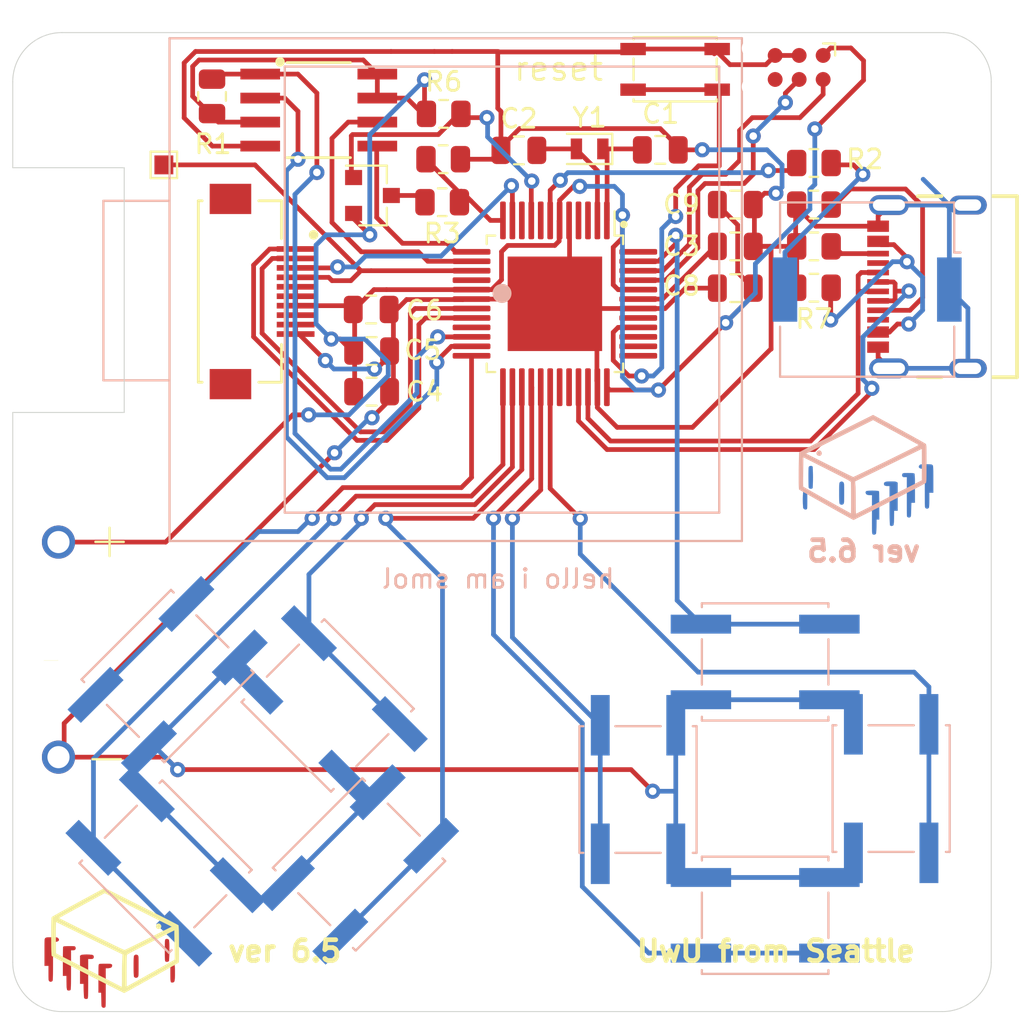
<source format=kicad_pcb>
(kicad_pcb (version 20211014) (generator pcbnew)
  (title_block (title "PAWESOME PET") (date "2020-08-12") (rev "1"))
  (layers (0 "F.Cu" signal) (31 "B.Cu" signal) (36 "B.SilkS" user "B.Silkscreen") (37 "F.SilkS" user "F.Silkscreen") (38 "B.Mask" user) (39 "F.Mask" user) (44 "Edge.Cuts" user))
  (net 0 "")
  (net 1 "/SWDIO")
  (net 2 "/SWCLK")
  (net 3 "+3V3")
  (net 4 "GND")
  (net 5 "/reset")
  (net 6 "/D+")
  (net 7 "/D-")
  (net 8 "/D7")
  (net 9 "/D6")
  (net 10 "/D10")
  (net 11 "/D11")
  (net 12 "/D5")
  (net 13 "/FLASH_MISO")
  (net 14 "/FLASH_CS")
  (net 15 "/DISP_SCLK")
  (net 16 "/DISP_SI")
  (net 17 "/FLASH_SCK")
  (net 18 "/FLASH_MOSI")
  (net 19 "/D8")
  (net 20 "/A1")
  (net 21 "Net-(C1-Pad1)")
  (net 22 "Net-(LS1-Pad2)")
  (net 23 "Net-(C2-Pad2)")
  (net 24 "Net-(C3-Pad2)")
  (net 25 "/D12")
  (net 26 "/D13")
  (net 27 "/A5")
  (net 28 "/A7")
  (net 30 "Net-(J1-PadA5)")
  (net 32 "Net-(J1-PadA4_B9)")
  (net 36 "/A0")
  (net 37 "/AREF")
  (net 38 "/A2")
  (net 39 "/A3")
  (net 40 "/A4")
  (net 41 "/D1")
  (net 42 "/D0")
  (net 43 "/MISO")
  (net 44 "/SDA")
  (net 45 "/SCL")
  (net 48 "/TXLED")
  (net 49 "usb_host_en")
  (net 50 "/RXLED")
  (net 51 "Net-(Q1-Pad3)")
  (net 52 "Net-(J1-PadB5)")
  (footprint "Capacitor_SMD:C_0805_2012Metric" (layer "F.Cu") (at 165.5787 70.2056)
    (fp_text reference "C1")
    (fp_text value "22pF")
  )
  (footprint "Capacitor_SMD:C_0805_2012Metric" (layer "F.Cu") (at 169.55 75.311 180)
    (fp_text reference "C3")
    (fp_text value "1uF")
  )
  (footprint "Capacitor_SMD:C_0805_2012Metric" (layer "F.Cu") (at 150.298 83)
    (fp_text reference "C4")
    (fp_text value "1uF")
  )
  (footprint "Capacitor_SMD:C_0805_2012Metric" (layer "F.Cu") (at 150.273 78.65)
    (fp_text reference "C6")
    (fp_text value "0.1uF")
  )
  (footprint "Resistor_SMD:R_0805_2012Metric" (layer "F.Cu") (at 141.85 67.375 -90)
    (fp_text reference "R1")
    (fp_text value "100k")
  )
  (footprint "Resistor_SMD:R_0805_2012Metric" (layer "F.Cu") (at 173.7125 70.9)
    (fp_text reference "R2")
    (fp_text value "470")
  )
  (footprint "pawpet:SW_SPST_PTS810_handsolder" (layer "F.Cu") (at 166.365 65.945 180)
    (fp_text reference "SW_reset1" hide)
    (fp_text value "reset")
  )
  (footprint "Crystal:Crystal_SMD_2012-2Pin_2.0x1.2mm" (layer "F.Cu") (at 161.8382 70.1548 180)
    (fp_text reference "Y1")
    (fp_text value "32,768")
  )
  (footprint "Resistor_SMD:R_0805_2012Metric" (layer "F.Cu") (at 154.0346 72.9742 180)
    (fp_text reference "R3")
    (fp_text value "100k")
  )
  (footprint "Resistor_SMD:R_0805_2012Metric" (layer "F.Cu") (at 154.0875 70.7 180)
    (fp_text reference "R4" hide)
    (fp_text value "100k")
  )
  (footprint "pawpet:TQFP-48-1EP_7x7mm_P0.5mm_EP5x5mm_handsolder" (layer "F.Cu") (at 160 78.35 -90)
    (fp_text reference "U1" hide)
    (fp_text value "ATSAMD21G18A-A")
  )
  (footprint "Capacitor_SMD:C_0805_2012Metric" (layer "F.Cu") (at 150.298 80.85)
    (fp_text reference "C5")
    (fp_text value "1uF")
  )
  (footprint "pawpet:Macronix-SOP-8-150MIL-0-0-MFG_handsolder" (layer "F.Cu") (at 147.5 68.1)
    (fp_text reference "U3" hide)
    (fp_text value "MX25R1635FM1IL0" hide)
  )
  (footprint "pawpet:Molex-52892-1033-Manufacturer_Recommended_handsolder" (layer "F.Cu") (at 144.4 77.7 -90)
    (fp_text reference "J3" hide)
    (fp_text value "MOLEX" hide)
  )
  (footprint "Capacitor_SMD:C_0805_2012Metric" (layer "F.Cu") (at 158.0935 70.231)
    (fp_text reference "C2")
    (fp_text value "22pF")
  )
  (footprint "pawpet:BAT_BC2AAAPC" (layer "F.Cu") (at 156.926 96.647)
    (fp_text reference "BT1" hide)
    (fp_text value "Battery")
  )
  (footprint "pawpet:MountingHole_2.7mm_M2.5_ISO14580_insert-edge" (layer "F.Cu") (at 180.55 66.55 180)
    (fp_text reference "REF**" hide)
    (fp_text value "M2.7mm")
  )
  (footprint "pawpet:MountingHole_2.7mm_M2.5_ISO14580_insert-edge" (layer "F.Cu") (at 157.2 113.25 90)
    (fp_text reference "REF**" hide)
    (fp_text value "M2.7mm")
  )
  (footprint "pawpet:kicad-drawing" (layer "F.Cu") (at 135.394947 112.825353)
    (fp_text reference "Ref**" hide)
    (fp_text value "Val**" hide)
  )
  (footprint "Connector:Tag-Connect_TC2030-IDC-NL_2x03_P1.27mm_Vertical" (layer "F.Cu") (at 172.93 65.844 180)
    (fp_text reference "J2" hide)
    (fp_text value "Conn_ARM_JTAG_SWD_10")
  )
  (footprint "gct:GCT_USB4105-GF-A" (layer "F.Cu") (at 181.864 77.4446 90)
    (fp_text reference "J1" hide)
    (fp_text value "USB4105-GF-A")
  )
  (footprint "Resistor_SMD:R_0805_2012Metric" (layer "F.Cu") (at 173.7125 73.1 180)
    (fp_text reference "R5" hide)
    (fp_text value "5.1k")
  )
  (footprint "Capacitor_SMD:C_0805_2012Metric" (layer "F.Cu") (at 169.55 77.5208 180)
    (fp_text reference "C8")
    (fp_text value "10uF")
  )
  (footprint "Capacitor_SMD:C_0805_2012Metric" (layer "F.Cu") (at 169.55 73.1)
    (fp_text reference "C9")
    (fp_text value "10uF")
  )
  (footprint "Package_TO_SOT_SMD:SOT-23" (layer "F.Cu") (at 150.3426 72.6186)
    (fp_text reference "Q1" hide)
    (fp_text value "DMG2301L")
  )
  (footprint "Resistor_SMD:R_0805_2012Metric" (layer "F.Cu") (at 154.1125 68.3 180)
    (fp_text reference "R6")
    (fp_text value "100k")
  )
  (footprint "Resistor_SMD:R_0805_2012Metric" (layer "F.Cu") (at 173.7125 77.5 180)
    (fp_text reference "R7")
    (fp_text value "1k")
  )
  (footprint "Resistor_SMD:R_0805_2012Metric" (layer "F.Cu") (at 173.7125 75.311 180)
    (fp_text reference "R8" hide)
    (fp_text value "5.1k")
  )
  (footprint "pawpet:MountingHole_2.7mm_M2.5_ISO14580_insert-edge" (layer "F.Cu") (at 133.8453 66.5353)
    (fp_text reference "REF**" hide)
    (fp_text value "M2.7mm")
  )
  (footprint "TestPoint:TestPoint_Pad_1.0x1.0mm" (layer "F.Cu") (at 139.3 71)
    (fp_text reference "TP1" hide)
    (fp_text value "TestPoint_Small")
  )
  (footprint "Buzzer_Beeper:Buzzer_Murata_PKMCS0909E4000-R1" (layer "B.Cu") (at 176.53 77.597 180)
    (fp_text reference "LS1" hide)
    (fp_text value "beep")
  )
  (footprint "pawpet:Sharp_128x128_LS013B7DH03" (layer "B.Cu") (at 134.1 77.9 -90)
    (fp_text reference "hello i am smol")
    (fp_text value "Sharp_128x128_LS013B7DH03")
  )
  (footprint "Button_Switch_SMD:SW_SPST_EVQQ2" (layer "B.Cu") (at 177.8 104 -90)
    (fp_text reference "SW_LEFT1" hide)
    (fp_text value "SW_Push")
  )
  (footprint "Button_Switch_SMD:SW_SPST_EVQQ2" (layer "B.Cu") (at 149.63 108.013 -135)
    (fp_text reference "SW_A1" hide)
    (fp_text value "SW_Push")
  )
  (footprint "Button_Switch_SMD:SW_SPST_EVQQ2" (layer "B.Cu") (at 171.13 110.704 180)
    (fp_text reference "SW_DOWN1" hide)
    (fp_text value "SW_Push")
  )
  (footprint "Button_Switch_SMD:SW_SPST_EVQQ2" (layer "B.Cu") (at 139.39 108.124 135)
    (fp_text reference "SW_P1" hide)
    (fp_text value "SW_Push")
  )
  (footprint "Button_Switch_SMD:SW_SPST_EVQQ2" (layer "B.Cu") (at 171.13 97.3)
    (fp_text reference "SW_UP1" hide)
    (fp_text value "SW_Push")
  )
  (footprint "Button_Switch_SMD:SW_SPST_EVQQ2" (layer "B.Cu") (at 147.97 99.6 -45)
    (fp_text reference "SW_B1" hide)
    (fp_text value "SW_Push")
  )
  (footprint "Button_Switch_SMD:SW_SPST_EVQQ2" (layer "B.Cu") (at 139.5 98.05 45)
    (fp_text reference "SW_C1" hide)
    (fp_text value "SW_Push")
  )
  (footprint "Button_Switch_SMD:SW_SPST_EVQQ2" (layer "B.Cu") (at 164.4 104.05 90)
    (fp_text reference "SW_RIGHT1" hide)
    (fp_text value "SW_Push")
  )
  (footprint "pawpet:kicad-drawing" (layer "B.Cu") (at 177.615054 87.795353 180)
    (fp_text reference "Ref**" hide)
    (fp_text value "Val**" hide)
  )
  (gr_line (start 180.6 64) (end 133.9 64) (layer "Edge.Cuts") (width 0.05))
  (gr_line (start 131.3 84.1) (end 131.3 113.2) (layer "Edge.Cuts") (width 0.05))
  (gr_line (start 131.3 66.6) (end 131.3 71.15) (layer "Edge.Cuts") (width 0.05))
  (gr_line (start 180.5 115.8) (end 133.9 115.8) (layer "Edge.Cuts") (width 0.05))
  (gr_arc (start 133.9 115.8) (mid 132.061522 115.038478) (end 131.3 113.2) (layer "Edge.Cuts") (width 0.05))
  (gr_arc (start 183.1 113.2) (mid 182.338478 115.038478) (end 180.5 115.8) (layer "Edge.Cuts") (width 0.05))
  (gr_line (start 183.1 113.2) (end 183.1 66.6) (layer "Edge.Cuts") (width 0.05))
  (gr_line (start 137.2 71.15) (end 137.2 84.1) (layer "Edge.Cuts") (width 0.05))
  (gr_arc (start 131.3 66.6) (mid 132.061522 64.761522) (end 133.9 64) (layer "Edge.Cuts") (width 0.05))
  (gr_arc (start 180.6 64) (mid 182.373608 64.796531) (end 183.1 66.6) (layer "Edge.Cuts") (width 0.05))
  (gr_line (start 137.2 84.1) (end 131.3 84.1) (layer "Edge.Cuts") (width 0.05))
  (gr_line (start 137.2 71.15) (end 131.3 71.15) (layer "Edge.Cuts") (width 0.05))
  (gr_text "ver 6.5\n" (at 176.345054 91.435353) (layer "B.SilkS") (effects (font (size 1.1 1.1) (thickness 0.25)) (justify mirror)))
  (gr_text "ver 6.5" (at 145.7 112.6) (layer "F.SilkS") (effects (font (size 1.1 1.1) (thickness 0.25))))
  (gr_text "UwU from Seattle" (at 171.7 112.6) (layer "F.SilkS") (effects (font (size 1.1 1.1) (thickness 0.25))))
  (segment (start 167.11958 75.19642) (end 167.119581 72.176219) (width 0.25) (layer "F.Cu") (net 1))
  (segment (start 174.2 67.27) (end 174.2 66.479) (width 0.25) (layer "F.Cu") (net 1))
  (segment (start 169.04138 71.501) (end 169.775489 70.766891) (width 0.25) (layer "F.Cu") (net 1))
  (segment (start 170.450886 68.5) (end 172.97 68.5) (width 0.25) (layer "F.Cu") (net 1))
  (segment (start 164.4125 76.6) (end 165.716 76.6) (width 0.25) (layer "F.Cu") (net 1))
  (segment (start 167.7948 71.501) (end 169.04138 71.501) (width 0.25) (layer "F.Cu") (net 1))
  (segment (start 165.716 76.6) (end 167.11958 75.19642) (width 0.25) (layer "F.Cu") (net 1))
  (segment (start 169.775489 69.175397) (end 170.450886 68.5) (width 0.25) (layer "F.Cu") (net 1))
  (segment (start 169.775489 70.766891) (end 169.775489 69.175397) (width 0.25) (layer "F.Cu") (net 1))
  (segment (start 167.119581 72.176219) (end 167.7948 71.501) (width 0.25) (layer "F.Cu") (net 1))
  (segment (start 172.97 68.5) (end 174.2 67.27) (width 0.25) (layer "F.Cu") (net 1))
  (segment (start 172.2 67.7) (end 172.2 67.209) (width 0.25) (layer "F.Cu") (net 2))
  (segment (start 164.4125 77.1) (end 165.857202 77.1) (width 0.25) (layer "F.Cu") (net 2))
  (segment (start 170.5 71.5) (end 170.5 69.4755) (width 0.25) (layer "F.Cu") (net 2))
  (segment (start 170.0164 71.9836) (end 170.5 71.5) (width 0.25) (layer "F.Cu") (net 2))
  (segment (start 169.175 71.9836) (end 170.0164 71.9836) (width 0.25) (layer "F.Cu") (net 2))
  (segment (start 167.56959 72.36262) (end 167.94861 71.9836) (width 0.25) (layer "F.Cu") (net 2))
  (segment (start 172.2 67.209) (end 172.93 66.479) (width 0.25) (layer "F.Cu") (net 2))
  (segment (start 167.56959 75.387612) (end 167.56959 72.36262) (width 0.25) (layer "F.Cu") (net 2))
  (segment (start 167.94861 71.9836) (end 169.175 71.9836) (width 0.25) (layer "F.Cu") (net 2))
  (segment (start 165.857202 77.1) (end 167.56959 75.387612) (width 0.25) (layer "F.Cu") (net 2))
  (via (at 172.2 67.7) (size 0.8) (drill 0.4) (layers "F.Cu" "B.Cu") (net 2))
  (via (at 170.5 69.4755) (size 0.8) (drill 0.4) (layers "F.Cu" "B.Cu") (net 2))
  (segment (start 170.5 69.4) (end 172.2 67.7) (width 0.25) (layer "B.Cu") (net 2))
  (segment (start 170.5 69.4755) (end 170.5 69.4) (width 0.25) (layer "B.Cu") (net 2))
  (segment (start 150.6 66.195) (end 150.6 67.465) (width 0.25) (layer "F.Cu") (net 3))
  (segment (start 170.5 77.5208) (end 169.67548 76.69628) (width 0.25) (layer "F.Cu") (net 3))
  (segment (start 157.502488 75.26251) (end 159.990692 75.26251) (width 0.25) (layer "F.Cu") (net 3))
  (segment (start 163.08749 77.340692) (end 163.08749 75.359308) (width 0.25) (layer "F.Cu") (net 3))
  (segment (start 163.08749 75.359308) (end 163.576 74.870798) (width 0.25) (layer "F.Cu") (net 3))
  (segment (start 176.339821 66.520179) (end 173.76 69.1) (width 0.25) (layer "F.Cu") (net 3))
  (segment (start 146.275001 77.449998) (end 146.275001 77.949997) (width 0.25) (layer "F.Cu") (net 3))
  (segment (start 152.165 67.465) (end 153.1 68.4) (width 0.25) (layer "F.Cu") (net 3))
  (segment (start 149.85499 65.44999) (end 150.6 66.195) (width 0.25) (layer "F.Cu") (net 3))
  (segment (start 175.671415 64.815301) (end 176.339821 65.483707) (width 0.25) (layer "F.Cu") (net 3))
  (segment (start 169.67548 76.69628) (end 169.67548 74.17548) (width 0.25) (layer "F.Cu") (net 3))
  (segment (start 160.25 72.871798) (end 160.985798 72.136) (width 0.25) (layer "F.Cu") (net 3))
  (segment (start 149.375 78.65) (end 150.425 77.6) (width 0.25) (layer "F.Cu") (net 3))
  (segment (start 141.85 68.4) (end 140.82499 67.37499) (width 0.25) (layer "F.Cu") (net 3))
  (segment (start 169.67548 74.17548) (end 168.6 73.1) (width 0.25) (layer "F.Cu") (net 3))
  (segment (start 148.160153 80.215153) (end 148.625653 80.215153) (width 0.25) (layer "F.Cu") (net 3))
  (segment (start 140.82499 67.37499) (end 140.82499 65.78682) (width 0.25) (layer "F.Cu") (net 3))
  (segment (start 148.974999 78.449999) (end 149.375 78.85) (width 0.25) (layer "F.Cu") (net 3))
  (segment (start 149.3426 73.8426) (end 150.2 74.7) (width 0.25) (layer "F.Cu") (net 3))
  (segment (start 144.4 68.735) (end 142.185 68.735) (width 0.25) (layer "F.Cu") (net 3))
  (segment (start 141.16182 65.44999) (end 149.85499 65.44999) (width 0.25) (layer "F.Cu") (net 3))
  (segment (start 170.5 77.5208) (end 170.5 77.8916) (width 0.25) (layer "F.Cu") (net 3))
  (segment (start 148.625653 80.215153) (end 149.2605 80.85) (width 0.25) (layer "F.Cu") (net 3))
  (segment (start 157.174999 75.589999) (end 157.301899 75.463099) (width 0.25) (layer "F.Cu") (net 3))
  (segment (start 150.425 77.6) (end 151.08681 77.6) (width 0.25) (layer "F.Cu") (net 3))
  (segment (start 146.275001 78.449999) (end 148.974999 78.449999) (width 0.25) (layer "F.Cu") (net 3))
  (segment (start 160.22501 75.028192) (end 160.22501 73.96249) (width 0.25) (layer "F.Cu") (net 3))
  (segment (start 169.0395 79.3521) (end 168.2546 80.137) (width 0.25) (layer "F.Cu") (net 3))
  (segment (start 165.4791 82.9125) (end 168.2546 80.137) (width 0.25) (layer "F.Cu") (net 3))
  (segment (start 134.021 90.957) (end 139.3956 90.957) (width 0.25) (layer "F.Cu") (net 3))
  (segment (start 153.1 68.2) (end 153.2 68.3) (width 0.25) (layer "F.Cu") (net 3))
  (segment (start 139.3956 90.957) (end 146.1262 84.2264) (width 0.25) (layer "F.Cu") (net 3))
  (segment (start 142.185 68.735) (end 141.85 68.4) (width 0.25) (layer "F.Cu") (net 3))
  (segment (start 160.22501 73.96249) (end 160.25 73.9375) (width 0.25) (layer "F.Cu") (net 3))
  (segment (start 146.275001 77.949997) (end 146.275001 78.449999) (width 0.25) (layer "F.Cu") (net 3))
  (segment (start 149.3426 73.5686) (end 149.3426 73.8426) (width 0.25) (layer "F.Cu") (net 3))
  (segment (start 174.593699 64.815301) (end 175.671415 64.815301) (width 0.25) (layer "F.Cu") (net 3))
  (segment (start 146.1262 84.2264) (end 146.9644 84.2264) (width 0.25) (layer "F.Cu") (net 3))
  (segment (start 162.9 82.9125) (end 165.4791 82.9125) (width 0.25) (layer "F.Cu") (net 3))
  (segment (start 162.75 82.7625) (end 162.9 82.9125) (width 0.25) (layer "F.Cu") (net 3))
  (segment (start 149.4 78.875) (end 149.375 78.85) (width 0.25) (layer "F.Cu") (net 3))
  (segment (start 149.4 83) (end 149.4 80.9) (width 0.25) (layer "F.Cu") (net 3))
  (segment (start 153.1 66.5) (end 153.1 68.2) (width 0.25) (layer "F.Cu") (net 3))
  (segment (start 160.25 73.9375) (end 160.25 72.871798) (width 0.25) (layer "F.Cu") (net 3))
  (segment (start 160.985798 72.136) (end 161.3154 72.136) (width 0.25) (layer "F.Cu") (net 3))
  (segment (start 159.990692 75.26251) (end 160.22501 75.028192) (width 0.25) (layer "F.Cu") (net 3))
  (segment (start 140.82499 65.78682) (end 141.16182 65.44999) (width 0.25) (layer "F.Cu") (net 3))
  (segment (start 156.653202 77.6) (end 157.174999 77.078203) (width 0.25) (layer "F.Cu") (net 3))
  (segment (start 157.301899 75.463099) (end 157.502488 75.26251) (width 0.25) (layer "F.Cu") (net 3))
  (segment (start 174.2 65.209) (end 174.593699 64.815301) (width 0.25) (layer "F.Cu") (net 3))
  (segment (start 155.5875 77.6) (end 156.653202 77.6) (width 0.25) (layer "F.Cu") (net 3))
  (segment (start 146.275001 78.949998) (end 146.275001 78.449999) (width 0.25) (layer "F.Cu") (net 3))
  (segment (start 149.4 80.9) (end 149.4 78.875) (width 0.25) (layer "F.Cu") (net 3))
  (segment (start 150.6 67.465) (end 152.165 67.465) (width 0.25) (layer "F.Cu") (net 3))
  (segment (start 176.339821 65.483707) (end 176.339821 66.520179) (width 0.25) (layer "F.Cu") (net 3))
  (segment (start 155.5875 77.6) (end 151.08681 77.6) (width 0.25) (layer "F.Cu") (net 3))
  (segment (start 163.346798 77.6) (end 163.08749 77.340692) (width 0.25) (layer "F.Cu") (net 3))
  (segment (start 157.174999 77.078203) (end 157.174999 75.589999) (width 0.25) (layer "F.Cu") (net 3))
  (segment (start 164.4125 77.6) (end 163.346798 77.6) (width 0.25) (layer "F.Cu") (net 3))
  (segment (start 163.576 74.870798) (end 163.576 73.66) (width 0.25) (layer "F.Cu") (net 3))
  (segment (start 170.5 77.8916) (end 169.0395 79.3521) (width 0.25) (layer "F.Cu") (net 3))
  (via (at 153.1 66.5) (size 0.8) (drill 0.4) (layers "F.Cu" "B.Cu") (net 3))
  (via (at 163.576 73.66) (size 0.8) (drill 0.4) (layers "F.Cu" "B.Cu") (net 3))
  (via (at 161.3154 72.136) (size 0.8) (drill 0.4) (layers "F.Cu" "B.Cu") (net 3))
  (via (at 165.4791 82.9125) (size 0.8) (drill 0.4) (layers "F.Cu" "B.Cu") (net 3))
  (via (at 150.2 74.7) (size 0.8) (drill 0.4) (layers "F.Cu" "B.Cu") (net 3))
  (via (at 173.76 69.1) (size 0.8) (drill 0.4) (layers "F.Cu" "B.Cu") (net 3))
  (via (at 146.9644 84.2264) (size 0.8) (drill 0.4) (layers "F.Cu" "B.Cu") (net 3))
  (via (at 148.160153 80.215153) (size 0.8) (drill 0.4) (layers "F.Cu" "B.Cu") (net 3))
  (via (at 169.0395 79.3521) (size 0.8) (drill 0.4) (layers "F.Cu" "B.Cu") (net 3))
  (segment (start 151.175001 82.148001) (end 151.175001 81.451999) (width 0.25) (layer "B.Cu") (net 3))
  (segment (start 147.9 74.7) (end 147.356999 75.243001) (width 0.25) (layer "B.Cu") (net 3))
  (segment (start 170.6118 76.230198) (end 170.6118 77.7798) (width 0.25) (layer "B.Cu") (net 3))
  (segment (start 170.6118 77.7798) (end 169.0395 79.3521) (width 0.25) (layer "B.Cu") (net 3))
  (segment (start 163.576 73.66) (end 163.576 82.226002) (width 0.25) (layer "B.Cu") (net 3))
  (segment (start 173.76 72.037406) (end 173.50001 72.297396) (width 0.25) (layer "B.Cu") (net 3))
  (segment (start 163.576 72.5678) (end 163.576 73.66) (width 0.25) (layer "B.Cu") (net 3))
  (segment (start 170.6118 76.230198) (end 173.50001 73.341988) (width 0.25) (layer "B.Cu") (net 3))
  (segment (start 150.2 74.7) (end 150.2 69.4) (width 0.25) (layer "B.Cu") (net 3))
  (segment (start 150.2 69.4) (end 153.1 66.5) (width 0.25) (layer "B.Cu") (net 3))
  (segment (start 149.096602 84.2264) (end 151.175001 82.148001) (width 0.25) (layer "B.Cu") (net 3))
  (segment (start 150.2 74.7) (end 147.9 74.7) (width 0.25) (layer "B.Cu") (net 3))
  (segment (start 164.262498 82.9125) (end 165.4791 82.9125) (width 0.25) (layer "B.Cu") (net 3))
  (segment (start 173.76 69.1) (end 173.76 72.037406) (width 0.25) (layer "B.Cu") (net 3))
  (segment (start 163.576 82.226002) (end 164.262498 82.9125) (width 0.25) (layer "B.Cu") (net 3))
  (segment (start 147.356999 75.243001) (end 147.356999 79.411999) (width 0.25) (layer "B.Cu") (net 3))
  (segment (start 163.1442 72.136) (end 163.576 72.5678) (width 0.25) (layer "B.Cu") (net 3))
  (segment (start 161.3154 72.136) (end 163.1442 72.136) (width 0.25) (layer "B.Cu") (net 3))
  (segment (start 146.9644 84.2264) (end 149.096602 84.2264) (width 0.25) (layer "B.Cu") (net 3))
  (segment (start 151.175001 81.451999) (end 149.938155 80.215153) (width 0.25) (layer "B.Cu") (net 3))
  (segment (start 147.356999 79.411999) (end 148.160153 80.215153) (width 0.25) (layer "B.Cu") (net 3))
  (segment (start 149.938155 80.215153) (end 148.160153 80.215153) (width 0.25) (layer "B.Cu") (net 3))
  (segment (start 173.50001 73.341988) (end 173.50001 72.297396) (width 0.25) (layer "B.Cu") (net 3))
  (segment (start 156.974999 65.025001) (end 156.974999 68.001997) (width 0.25) (layer "F.Cu") (net 4))
  (segment (start 162.25 82.7625) (end 162.25 82.45) (width 0.25) (layer "F.Cu") (net 4))
  (segment (start 140.374981 68.513171) (end 140.37498 65.60042) (width 0.25) (layer "F.Cu") (net 4))
  (segment (start 140.37498 65.60042) (end 140.97542 64.99998) (width 0.25) (layer "F.Cu") (net 4))
  (segment (start 156.974999 68.001997) (end 157.1435 68.170498) (width 0.25) (layer "F.Cu") (net 4))
  (segment (start 151.45 78.875) (end 151.425 78.85) (width 0.25) (layer "F.Cu") (net 4))
  (segment (start 139.3702 102.337) (end 140.0302 102.997) (width 0.25) (layer "F.Cu") (net 4))
  (segment (start 171.39942 75.311) (end 170.5 75.311) (width 0.25) (layer "F.Cu") (net 4))
  (segment (start 146.275001 79.949996) (end 146.449996 79.949996) (width 0.25) (layer "F.Cu") (net 4))
  (segment (start 162.25 82.45) (end 162.22501 82.42501) (width 0.25) (layer "F.Cu") (net 4))
  (segment (start 155.5875 78.1) (end 159.75 78.1) (width 0.25) (layer "F.Cu") (net 4))
  (segment (start 134.021 102.337) (end 134.021 100.548) (width 0.25) (layer "F.Cu") (net 4))
  (segment (start 160.75 74.2) (end 160.77499 74.22499) (width 0.25) (layer "F.Cu") (net 4))
  (segment (start 150.55 81.8) (end 151.45 80.9) (width 0.25) (layer "F.Cu") (net 4))
  (segment (start 177.109 74.2446) (end 177.109 73.6996) (width 0.25) (layer "F.Cu") (net 4))
  (segment (start 169.267821 65.697821) (end 171.171179 65.697821) (width 0.25) (layer "F.Cu") (net 4))
  (segment (start 144.4 70.005) (end 141.86681 70.005) (width 0.25) (layer "F.Cu") (net 4))
  (segment (start 151.45 83) (end 151.45 80.9) (width 0.25) (layer "F.Cu") (net 4))
  (segment (start 164.4125 78.6) (end 165.83341 78.6) (width 0.25) (layer "F.Cu") (net 4))
  (segment (start 162.25 82.7625) (end 162.25 83.8402) (width 0.25) (layer "F.Cu") (net 4))
  (segment (start 160.25 78.6) (end 160 78.35) (width 0.25) (layer "F.Cu") (net 4))
  (segment (start 151.324982 64.99998) (end 153.62058 64.99998) (width 0.25) (layer "F.Cu") (net 4))
  (segment (start 153.62058 64.99998) (end 154.56038 64.99998) (width 0.25) (layer "F.Cu") (net 4))
  (segment (start 177.109 81.1896) (end 177.684 81.7646) (width 0.25) (layer "F.Cu") (net 4))
  (segment (start 155.15 78.1) (end 155.12501 78.12499) (width 0.25) (layer "F.Cu") (net 4))
  (segment (start 167.7944 70.2056) (end 167.8 70.2) (width 0.25) (layer "F.Cu") (net 4))
  (segment (start 152.15001 78.12499) (end 151.425 78.85) (width 0.25) (layer "F.Cu") (net 4))
  (segment (start 134.021 102.337) (end 139.3702 102.337) (width 0.25) (layer "F.Cu") (net 4))
  (segment (start 163.2966 84.8868) (end 167.2844 84.8868) (width 0.25) (layer "F.Cu") (net 4))
  (segment (start 177.109 80.6446) (end 177.109 81.1896) (width 0.25) (layer "F.Cu") (net 4))
  (segment (start 166.624 70.1294) (end 165.57399 69.07939) (width 0.25) (layer "F.Cu") (net 4))
  (segment (start 151.3355 83) (end 151.3355 83.3605) (width 0.25) (layer "F.Cu") (net 4))
  (segment (start 160.77499 74.22499) (end 160.77499 77.57501) (width 0.25) (layer "F.Cu") (net 4))
  (segment (start 172.7454 73.1774) (end 173.8126 74.2446) (width 0.25) (layer "F.Cu") (net 4))
  (segment (start 166.5287 70.2056) (end 167.7944 70.2056) (width 0.25) (layer "F.Cu") (net 4))
  (segment (start 158.13141 69.07939) (end 157.056 70.1548) (width 0.25) (layer "F.Cu") (net 4))
  (segment (start 172.7454 75.279) (end 172.7774 75.311) (width 0.25) (layer "F.Cu") (net 4))
  (segment (start 134.021 100.548) (end 148.336 86.233) (width 0.25) (layer "F.Cu") (net 4))
  (segment (start 156.974999 65.025001) (end 164.134999 65.025001) (width 0.25) (layer "F.Cu") (net 4))
  (segment (start 165.83341 78.6) (end 166.91261 77.5208) (width 0.25) (layer "F.Cu") (net 4))
  (segment (start 162.25 83.8402) (end 163.2966 84.8868) (width 0.25) (layer "F.Cu") (net 4))
  (segment (start 170.5 75.311) (end 172.8 75.311) (width 0.25) (layer "F.Cu") (net 4))
  (segment (start 168.44 64.87) (end 168.44 65.124114) (width 0.25) (layer "F.Cu") (net 4))
  (segment (start 160.75 73.9375) (end 160.75 74.2) (width 0.25) (layer "F.Cu") (net 4))
  (segment (start 171.171179 65.697821) (end 171.66 65.209) (width 0.25) (layer "F.Cu") (net 4))
  (segment (start 167.2844 84.8868) (end 171.44421 80.72699) (width 0.25) (layer "F.Cu") (net 4))
  (segment (start 155.5875 78.1) (end 155.15 78.1) (width 0.25) (layer "F.Cu") (net 4))
  (segment (start 171.7 72.5) (end 171.1 72.5) (width 0.25) (layer "F.Cu") (net 4))
  (segment (start 171.44421 75.35579) (end 171.39942 75.311) (width 0.25) (layer "F.Cu") (net 4))
  (segment (start 162.22501 80.57501) (end 160 78.35) (width 0.25) (layer "F.Cu") (net 4))
  (segment (start 171.44421 80.74421) (end 171.44421 75.35579) (width 0.25) (layer "F.Cu") (net 4))
  (segment (start 151.45 80.9) (end 151.45 78.875) (width 0.25) (layer "F.Cu") (net 4))
  (segment (start 151.3355 83.3605) (end 150.3172 84.3788) (width 0.25) (layer "F.Cu") (net 4))
  (segment (start 171.44421 80.72699) (end 171.44421 80.74421) (width 0.25) (layer "F.Cu") (net 4))
  (segment (start 155.12501 78.12499) (end 152.15001 78.12499) (width 0.25) (layer "F.Cu") (net 4))
  (segment (start 140.0302 102.997) (end 164.0332 102.997) (width 0.25) (layer "F.Cu") (net 4))
  (segment (start 166.91261 77.5208) (end 168.4567 77.5208) (width 0.25) (layer "F.Cu") (net 4))
  (segment (start 171.66 65.209) (end 172.93 65.209) (width 0.25) (layer "F.Cu") (net 4))
  (segment (start 177.109 73.6996) (end 177.684 73.1246) (width 0.25) (layer "F.Cu") (net 4))
  (segment (start 170.561 73.0797) (end 170.5571 73.0758) (width 0.25) (layer "F.Cu") (net 4))
  (segment (start 165.57399 69.07939) (end 158.13141 69.07939) (width 0.25) (layer "F.Cu") (net 4))
  (segment (start 164.134999 65.025001) (end 164.29 64.87) (width 0.25) (layer "F.Cu") (net 4))
  (segment (start 170.561 75.311) (end 170.561 73.0797) (width 0.25) (layer "F.Cu") (net 4))
  (segment (start 146.275001 79.949996) (end 146.275001 79.449996) (width 0.25) (layer "F.Cu") (net 4))
  (segment (start 160.77499 77.57501) (end 160 78.35) (width 0.25) (layer "F.Cu") (net 4))
  (segment (start 162.22501 82.42501) (end 162.22501 80.57501) (width 0.25) (layer "F.Cu") (net 4))
  (segment (start 168.44 64.87) (end 169.267821 65.697821) (width 0.25) (layer "F.Cu") (net 4))
  (segment (start 141.86681 70.005) (end 140.374981 68.513171) (width 0.25) (layer "F.Cu") (net 4))
  (segment (start 159.75 78.1) (end 160 78.35) (width 0.25) (layer "F.Cu") (net 4))
  (segment (start 168.44 64.87) (end 164.29 64.87) (width 0.25) (layer "F.Cu") (net 4))
  (segment (start 164.0332 102.997) (end 165.1762 104.14) (width 0.25) (layer "F.Cu") (net 4))
  (segment (start 172.7454 73.1774) (end 172.7454 75.279) (width 0.25) (layer "F.Cu") (net 4))
  (segment (start 172.8 75.311) (end 172.8 77.5) (width 0.25) (layer "F.Cu") (net 4))
  (segment (start 150.45 81.8) (end 150.55 81.8) (width 0.25) (layer "F.Cu") (net 4))
  (segment (start 146.449996 79.949996) (end 147.85 81.35) (width 0.25) (layer "F.Cu") (net 4))
  (segment (start 157.1435 68.170498) (end 157.1435 70.231) (width 0.25) (layer "F.Cu") (net 4))
  (segment (start 173.8126 74.2446) (end 177.109 74.2446) (width 0.25) (layer "F.Cu") (net 4))
  (segment (start 171.1 72.5) (end 170.5 73.1) (width 0.25) (layer "F.Cu") (net 4))
  (segment (start 155 70.7) (end 156.6745 70.7) (width 0.25) (layer "F.Cu") (net 4))
  (segment (start 156.6745 70.7) (end 157.1435 70.231) (width 0.25) (layer "F.Cu") (net 4))
  (segment (start 154.56038 64.99998) (end 157.00002 64.99998) (width 0.25) (layer "F.Cu") (net 4))
  (segment (start 160.22501 78.57501) (end 160 78.35) (width 0.25) (layer "F.Cu") (net 4))
  (segment (start 140.97542 64.99998) (end 151.324982 64.99998) (width 0.25) (layer "F.Cu") (net 4))
  (segment (start 164.4125 78.6) (end 160.25 78.6) (width 0.25) (layer "F.Cu") (net 4))
  (via (at 165.1762 104.14) (size 0.8) (drill 0.4) (layers "F.Cu" "B.Cu") (net 4))
  (via (at 140.0302 102.997) (size 0.8) (drill 0.4) (layers "F.Cu" "B.Cu") (net 4))
  (via (at 147.85 81.35) (size 0.8) (drill 0.4) (layers "F.Cu" "B.Cu") (net 4))
  (via (at 150.45 81.8) (size 0.8) (drill 0.4) (layers "F.Cu" "B.Cu") (net 4))
  (via (at 171.7 72.5) (size 0.8) (drill 0.4) (layers "F.Cu" "B.Cu") (net 4))
  (via (at 150.3172 84.3788) (size 0.8) (drill 0.4) (layers "F.Cu" "B.Cu") (net 4))
  (via (at 148.336 86.233) (size 0.8) (drill 0.4) (layers "F.Cu" "B.Cu") (net 4))
  (via (at 167.8 70.2) (size 0.8) (drill 0.4) (layers "F.Cu" "B.Cu") (net 4))
  (segment (start 181.864 78.581) (end 180.88 77.597) (width 0.25) (layer "B.Cu") (net 4))
  (segment (start 144.9578 109.8042) (end 143.9164 109.8042) (width 0.25) (layer "B.Cu") (net 4))
  (segment (start 148.985977 103.418377) (end 150.2156 104.648) (width 0.25) (layer "B.Cu") (net 4))
  (segment (start 144.151623 98.610051) (end 144.151623 98.584023) (width 0.25) (layer "B.Cu") (net 4))
  (segment (start 148.959949 103.418377) (end 148.985977 103.418377) (width 0.25) (layer "B.Cu") (net 4))
  (segment (start 180.88 73.2602) (end 180.7444 73.1246) (width 0.25) (layer "B.Cu") (net 4))
  (segment (start 166.37 99.4918) (end 166.37 100.5332) (width 0.25) (layer "B.Cu") (net 4))
  (segment (start 175.8 99.5746) (end 175.4886 99.2632) (width 0.25) (layer "B.Cu") (net 4))
  (segment (start 166.4 104.2208) (end 166.4 107.45) (width 0.25) (layer "B.Cu") (net 4))
  (segment (start 171.224614 70.2) (end 172.024511 70.999897) (width 0.25) (layer "B.Cu") (net 4))
  (segment (start 180.7444 73.1246) (end 181.864 73.1246) (width 0.25) (layer "B.Cu") (net 4))
  (segment (start 141.068014 99.310414) (end 138.510051 101.868377) (width 0.25) (layer "B.Cu") (net 4))
  (segment (start 167.73 99.3) (end 166.5618 99.3) (width 0.25) (layer "B.Cu") (net 4))
  (segment (start 175.6744 108.704) (end 175.7934 108.585) (width 0.25) (layer "B.Cu") (net 4))
  (segment (start 138.9634 101.9302) (end 138.938 101.9302) (width 0.25) (layer "B.Cu") (net 4))
  (segment (start 177.684 73.1246) (end 180.7444 73.1246) (width 0.25) (layer "B.Cu") (net 4))
  (segment (start 144.151623 98.584023) (end 142.9766 97.409) (width 0.25) (layer "B.Cu") (net 4))
  (segment (start 138.392423 104.305623) (end 137.5918 103.505) (width 0.25) (layer "B.Cu") (net 4))
  (segment (start 145.759051 109.002949) (end 144.9578 109.8042) (width 0.25) (layer "B.Cu") (net 4))
  (segment (start 172.024511 70.999897) (end 172.024511 72.175489) (width 0.25) (layer "B.Cu") (net 4))
  (segment (start 145.811623 109.002949) (end 150.619949 104.194623) (width 0.25) (layer "B.Cu") (net 4))
  (segment (start 175.4886 99.2632) (end 174.6504 99.2632) (width 0.25) (layer "B.Cu") (net 4))
  (segment (start 147.85 81.35) (end 148.3 81.8) (width 0.25) (layer "B.Cu") (net 4))
  (segment (start 138.400051 104.305623) (end 138.392423 104.305623) (width 0.25) (layer "B.Cu") (net 4))
  (segment (start 166.8018 108.6612) (end 167.6908 108.6612) (width 0.25) (layer "B.Cu") (net 4))
  (segment (start 167.73 108.704) (end 167.654 108.704) (width 0.25) (layer "B.Cu") (net 4))
  (segment (start 180.88 73.144998) (end 179.495901 71.760899) (width 0.25) (layer "B.Cu") (net 4))
  (segment (start 175.8 100.6) (end 175.8 99.5746) (width 0.25) (layer "B.Cu") (net 4))
  (segment (start 148.3 81.8) (end 150.45 81.8) (width 0.25) (layer "B.Cu") (net 4))
  (segment (start 167.73 108.704) (end 174.53 108.704) (width 0.25) (layer "B.Cu") (net 4))
  (segment (start 143.318377 97.060051) (end 141.068014 99.310414) (width 0.25) (layer "B.Cu") (net 4))
  (segment (start 166.4 107.45) (end 166.4 108.2594) (width 0.25) (layer "B.Cu") (net 4))
  (segment (start 166.3192 104.14) (end 166.4 104.2208) (width 0.25) (layer "B.Cu") (net 4))
  (segment (start 165.1762 104.14) (end 166.3192 104.14) (width 0.25) (layer "B.Cu") (net 4))
  (segment (start 166.5618 99.3) (end 166.37 99.4918) (width 0.25) (layer "B.Cu") (net 4))
  (segment (start 166.4 100.65) (end 166.4 104.2208) (width 0.25) (layer "B.Cu") (net 4))
  (segment (start 167.73 99.3) (end 174.53 99.3) (width 0.25) (layer "B.Cu") (net 4))
  (segment (start 167.8 70.2) (end 171.224614 70.2) (width 0.25) (layer "B.Cu") (net 4))
  (segment (start 166.4 108.2594) (end 166.8018 108.6612) (width 0.25) (layer "B.Cu") (net 4))
  (segment (start 137.5918 103.505) (end 137.5918 102.8446) (width 0.25) (layer "B.Cu") (net 4))
  (segment (start 180.88 77.597) (end 180.88 73.2602) (width 0.25) (layer "B.Cu") (net 4))
  (segment (start 140.0302 102.997) (end 138.9634 101.9302) (width 0.25) (layer "B.Cu") (net 4))
  (segment (start 181.864 81.7646) (end 181.864 78.581) (width 0.25) (layer "B.Cu") (net 4))
  (segment (start 138.400051 104.305623) (end 143.208377 109.113949) (width 0.25) (layer "B.Cu") (net 4))
  (segment (start 143.9164 109.8042) (end 143.4592 109.347) (width 0.25) (layer "B.Cu") (net 4))
  (segment (start 148.336 86.233) (end 150.1902 84.3788) (width 0.25) (layer "B.Cu") (net 4))
  (segment (start 177.684 81.7646) (end 181.864 81.7646) (width 0.25) (layer "B.Cu") (net 4))
  (segment (start 172.024511 72.175489) (end 171.7 72.5) (width 0.25) (layer "B.Cu") (net 4))
  (segment (start 150.1902 84.3788) (end 150.3172 84.3788) (width 0.25) (layer "B.Cu") (net 4))
  (segment (start 174.53 108.704) (end 175.6744 108.704) (width 0.25) (layer "B.Cu") (net 4))
  (segment (start 166.4 100.65) (end 166.4 100.63) (width 0.25) (layer "B.Cu") (net 4))
  (segment (start 166.39458 73.726797) (end 166.39458 72.26481) (width 0.25) (layer "F.Cu") (net 5))
  (segment (start 167.6084 71.05099) (end 168.69961 71.05099) (width 0.25) (layer "F.Cu") (net 5))
  (segment (start 168.44 67.02) (end 168.69961 67.27961) (width 0.25) (layer "F.Cu") (net 5))
  (segment (start 166.39458 72.26481) (end 167.6084 71.05099) (width 0.25) (layer "F.Cu") (net 5))
  (segment (start 163.08749 81.340692) (end 163.915798 82.169) (width 0.25) (layer "F.Cu") (net 5))
  (segment (start 164.4125 79.6) (end 163.346798 79.6) (width 0.25) (layer "F.Cu") (net 5))
  (segment (start 164.29 67.02) (end 168.44 67.02) (width 0.25) (layer "F.Cu") (net 5))
  (segment (start 163.346798 79.6) (end 163.08749 79.859308) (width 0.25) (layer "F.Cu") (net 5))
  (segment (start 163.915798 82.169) (end 164.592 82.169) (width 0.25) (layer "F.Cu") (net 5))
  (segment (start 163.08749 79.859308) (end 163.08749 81.340692) (width 0.25) (layer "F.Cu") (net 5))
  (segment (start 168.69961 67.27961) (end 168.69961 71.05099) (width 0.25) (layer "F.Cu") (net 5))
  (via (at 166.39458 73.726797) (size 0.8) (drill 0.4) (layers "F.Cu" "B.Cu") (net 5))
  (via (at 164.592 82.169) (size 0.8) (drill 0.4) (layers "F.Cu" "B.Cu") (net 5))
  (segment (start 165.6588 74.389578) (end 166.321581 73.726797) (width 0.25) (layer "B.Cu") (net 5))
  (segment (start 166.321581 73.726797) (end 166.39458 73.726797) (width 0.25) (layer "B.Cu") (net 5))
  (segment (start 165.20879 82.169) (end 165.6588 81.71899) (width 0.25) (layer "B.Cu") (net 5))
  (segment (start 165.6588 81.71899) (end 165.6588 74.389578) (width 0.25) (layer "B.Cu") (net 5))
  (segment (start 164.592 82.169) (end 165.20879 82.169) (width 0.25) (layer "B.Cu") (net 5))
  (segment (start 162.948599 85.611801) (end 173.535987 85.611801) (width 0.25) (layer "F.Cu") (net 6))
  (segment (start 176.052597 77.941001) (end 176.052597 83.095191) (width 0.25) (layer "F.Cu") (net 6))
  (segment (start 176.052597 83.095191) (end 175.758989 83.388799) (width 0.25) (layer "F.Cu") (net 6))
  (segment (start 176.052597 77.627597) (end 176.052597 77.941001) (width 0.25) (layer "F.Cu") (net 6))
  (segment (start 177.109 77.6946) (end 176.1196 77.6946) (width 0.25) (layer "F.Cu") (net 6))
  (segment (start 161.75 84.413202) (end 162.948599 85.611801) (width 0.25) (layer "F.Cu") (net 6))
  (segment (start 175.065294 84.082494) (end 175.758989 83.388799) (width 0.25) (layer "F.Cu") (net 6))
  (segment (start 161.75 82.7625) (end 161.75 84.413202) (width 0.25) (layer "F.Cu") (net 6))
  (segment (start 176.218002 76.6946) (end 176.052597 76.860005) (width 0.25) (layer "F.Cu") (net 6))
  (segment (start 173.535987 85.611801) (end 175.065294 84.082494) (width 0.25) (layer "F.Cu") (net 6))
  (segment (start 176.1196 77.6946) (end 176.052597 77.627597) (width 0.25) (layer "F.Cu") (net 6))
  (segment (start 176.052597 76.860005) (end 176.052597 77.627597) (width 0.25) (layer "F.Cu") (net 6))
  (segment (start 177.109 76.6946) (end 176.218002 76.6946) (width 0.25) (layer "F.Cu") (net 6))
  (segment (start 173.722387 86.061811) (end 162.762199 86.061811) (width 0.25) (layer "F.Cu") (net 7))
  (segment (start 177.109 78.1946) (end 177.919002 78.1946) (width 0.25) (layer "F.Cu") (net 7))
  (segment (start 161.25 84.549612) (end 161.25 82.7625) (width 0.25) (layer "F.Cu") (net 7))
  (segment (start 177.919002 77.1946) (end 177.109 77.1946) (width 0.25) (layer "F.Cu") (net 7))
  (segment (start 178.009001 77.679001) (end 178.733999 77.679001) (width 0.25) (layer "F.Cu") (net 7))
  (segment (start 176.777097 83.007101) (end 173.722387 86.061811) (width 0.25) (layer "F.Cu") (net 7))
  (segment (start 178.009001 77.284599) (end 177.919002 77.1946) (width 0.25) (layer "F.Cu") (net 7))
  (segment (start 178.009001 77.679001) (end 178.009001 77.284599) (width 0.25) (layer "F.Cu") (net 7))
  (segment (start 176.777097 82.822263) (end 176.777097 83.007101) (width 0.25) (layer "F.Cu") (net 7))
  (segment (start 178.733999 77.679001) (end 178.7398 77.6732) (width 0.25) (layer "F.Cu") (net 7))
  (segment (start 177.919002 78.1946) (end 178.009001 78.104601) (width 0.25) (layer "F.Cu") (net 7))
  (segment (start 178.009001 78.104601) (end 178.009001 77.679001) (width 0.25) (layer "F.Cu") (net 7))
  (segment (start 162.762199 86.061811) (end 161.25 84.549612) (width 0.25) (layer "F.Cu") (net 7))
  (via (at 176.777097 82.822263) (size 0.8) (drill 0.4) (layers "F.Cu" "B.Cu") (net 7))
  (via (at 178.7398 77.6732) (size 0.8) (drill 0.4) (layers "F.Cu" "B.Cu") (net 7))
  (segment (start 176.30899 82.354156) (end 176.777097 82.822263) (width 0.25) (layer "B.Cu") (net 7))
  (segment (start 178.7398 77.6732) (end 176.30899 80.10401) (width 0.25) (layer "B.Cu") (net 7))
  (segment (start 176.30899 80.10401) (end 176.30899 82.354156) (width 0.25) (layer "B.Cu") (net 7))
  (segment (start 159.75 88) (end 159.75 82.7625) (width 0.25) (layer "F.Cu") (net 8))
  (segment (start 159.75 88.122) (end 161.3408 89.7128) (width 0.25) (layer "F.Cu") (net 8))
  (segment (start 159.75 88) (end 159.75 88.122) (width 0.25) (layer "F.Cu") (net 8))
  (via (at 161.3408 89.7128) (size 0.8) (drill 0.4) (layers "F.Cu" "B.Cu") (net 8))
  (segment (start 179.8 100.6) (end 179.8 107.4) (width 0.25) (layer "B.Cu") (net 8))
  (segment (start 179.8 98.6216) (end 179.8 100.6) (width 0.25) (layer "B.Cu") (net 8))
  (segment (start 161.3408 89.7128) (end 161.3408 91.595802) (width 0.25) (layer "B.Cu") (net 8))
  (segment (start 167.585186 97.840188) (end 179.018588 97.840188) (width 0.25) (layer "B.Cu") (net 8))
  (segment (start 179.018588 97.840188) (end 179.8 98.6216) (width 0.25) (layer "B.Cu") (net 8))
  (segment (start 161.3408 91.595802) (end 167.585186 97.840188) (width 0.25) (layer "B.Cu") (net 8))
  (segment (start 159.25 82.7625) (end 159.25 88.2) (width 0.25) (layer "F.Cu") (net 9))
  (segment (start 159.25 88.2) (end 157.75 89.7) (width 0.25) (layer "F.Cu") (net 9))
  (via (at 157.75 89.7) (size 0.8) (drill 0.4) (layers "F.Cu" "B.Cu") (net 9))
  (segment (start 162.4 107.45) (end 162.4 100.65) (width 0.25) (layer "B.Cu") (net 9))
  (segment (start 157.750003 96.000003) (end 162.4 100.65) (width 0.25) (layer "B.Cu") (net 9))
  (segment (start 157.750003 89.85) (end 157.750003 96.000003) (width 0.25) (layer "B.Cu") (net 9))
  (segment (start 158.25 82.7625) (end 158.25 87.126998) (width 0.25) (layer "F.Cu") (net 10))
  (segment (start 155.676998 89.7) (end 151.05 89.7) (width 0.25) (layer "F.Cu") (net 10))
  (segment (start 158.25 87.126998) (end 155.676998 89.7) (width 0.25) (layer "F.Cu") (net 10))
  (via (at 151.05 89.7) (size 0.8) (drill 0.4) (layers "F.Cu" "B.Cu") (net 10))
  (segment (start 151.05 89.9) (end 154.05 92.9) (width 0.25) (layer "B.Cu") (net 10))
  (segment (start 154.05 92.9) (end 154.05 106.421428) (width 0.25) (layer "B.Cu") (net 10))
  (segment (start 148.640051 111.831377) (end 153.448377 107.023051) (width 0.25) (layer "B.Cu") (net 10))
  (segment (start 149.475011 88.524989) (end 148.3 89.7) (width 0.25) (layer "F.Cu") (net 11))
  (segment (start 155.579189 88.524989) (end 149.475011 88.524989) (width 0.25) (layer "F.Cu") (net 11))
  (segment (start 157.25 86.854178) (end 155.579189 88.524989) (width 0.25) (layer "F.Cu") (net 11))
  (segment (start 157.25 82.7625) (end 157.25 86.854178) (width 0.25) (layer "F.Cu") (net 11))
  (via (at 148.3 89.7) (size 0.8) (drill 0.4) (layers "F.Cu" "B.Cu") (net 11))
  (segment (start 148.3 89.7) (end 135.571623 102.428377) (width 0.25) (layer "B.Cu") (net 11))
  (segment (start 135.571623 102.594062) (end 135.571623 107.134051) (width 0.25) (layer "B.Cu") (net 11))
  (segment (start 135.571623 107.134051) (end 140.379949 111.942377) (width 0.25) (layer "B.Cu") (net 11))
  (segment (start 135.571623 102.428377) (end 135.571623 102.594062) (width 0.25) (layer "B.Cu") (net 11))
  (segment (start 155.5875 87.537479) (end 155.05 88.074979) (width 0.25) (layer "F.Cu") (net 12))
  (segment (start 148.775021 88.074979) (end 147.15 89.7) (width 0.25) (layer "F.Cu") (net 12))
  (segment (start 155.5875 81.1) (end 155.5875 87.537479) (width 0.25) (layer "F.Cu") (net 12))
  (segment (start 155.05 88.074979) (end 148.775021 88.074979) (width 0.25) (layer "F.Cu") (net 12))
  (via (at 147.15 89.7) (size 0.8) (drill 0.4) (layers "F.Cu" "B.Cu") (net 12))
  (segment (start 147.1 89.7) (end 146.4 90.4) (width 0.25) (layer "B.Cu") (net 12))
  (segment (start 140.489949 94.231623) (end 135.681623 99.039949) (width 0.25) (layer "B.Cu") (net 12))
  (segment (start 146.4 90.4) (end 144.321572 90.4) (width 0.25) (layer "B.Cu") (net 12))
  (segment (start 144.321572 90.4) (end 140.489949 94.231623) (width 0.25) (layer "B.Cu") (net 12))
  (segment (start 146.4 68.165) (end 145.7 67.465) (width 0.25) (layer "F.Cu") (net 13))
  (segment (start 146.4 70.7) (end 146.4 68.165) (width 0.25) (layer "F.Cu") (net 13))
  (segment (start 153.75 81.371798) (end 153.75 81.45) (width 0.25) (layer "F.Cu") (net 13))
  (segment (start 145.7 67.465) (end 144.4 67.465) (width 0.25) (layer "F.Cu") (net 13))
  (segment (start 155.5875 80.6) (end 154.521798 80.6) (width 0.25) (layer "F.Cu") (net 13))
  (segment (start 154.521798 80.6) (end 153.75 81.371798) (width 0.25) (layer "F.Cu") (net 13))
  (via (at 146.4 70.7) (size 0.8) (drill 0.4) (layers "F.Cu" "B.Cu") (net 13))
  (via (at 153.75 81.45) (size 0.8) (drill 0.4) (layers "F.Cu" "B.Cu") (net 13))
  (segment (start 145.789389 85.395801) (end 145.789389 71.310611) (width 0.25) (layer "B.Cu") (net 13))
  (segment (start 153.75 81.45) (end 153.75 82.655412) (width 0.25) (layer "B.Cu") (net 13))
  (segment (start 145.789389 71.310611) (end 146.4 70.7) (width 0.25) (layer "B.Cu") (net 13))
  (segment (start 153.75 82.655412) (end 148.855402 87.55001) (width 0.25) (layer "B.Cu") (net 13))
  (segment (start 148.855402 87.55001) (end 147.943597 87.550009) (width 0.25) (layer "B.Cu") (net 13))
  (segment (start 147.943597 87.550009) (end 145.789389 85.395801) (width 0.25) (layer "B.Cu") (net 13))
  (segment (start 147.4 71.4) (end 147.4 67.2) (width 0.25) (layer "F.Cu") (net 14))
  (segment (start 146.395 66.195) (end 144.4 66.195) (width 0.25) (layer "F.Cu") (net 14))
  (segment (start 144.4 66.195) (end 142.005 66.195) (width 0.25) (layer "F.Cu") (net 14))
  (segment (start 147.4 67.2) (end 146.395 66.195) (width 0.25) (layer "F.Cu") (net 14))
  (segment (start 142.005 66.195) (end 141.85 66.35) (width 0.25) (layer "F.Cu") (net 14))
  (segment (start 155.5875 80.1) (end 153.8 80.1) (width 0.25) (layer "F.Cu") (net 14))
  (via (at 153.8 80.1) (size 0.8) (drill 0.4) (layers "F.Cu" "B.Cu") (net 14))
  (via (at 147.4 71.4) (size 0.8) (drill 0.4) (layers "F.Cu" "B.Cu") (net 14))
  (segment (start 146.239399 72.560601) (end 147.4 71.4) (width 0.25) (layer "B.Cu") (net 14))
  (segment (start 148.129998 87.1) (end 146.239399 85.209401) (width 0.25) (layer "B.Cu") (net 14))
  (segment (start 146.239399 85.209401) (end 146.239399 72.560601) (width 0.25) (layer "B.Cu") (net 14))
  (segment (start 152.7 81.2) (end 152.7 83.069002) (width 0.25) (layer "B.Cu") (net 14))
  (segment (start 148.669002 87.1) (end 148.129998 87.1) (width 0.25) (layer "B.Cu") (net 14))
  (segment (start 152.7 83.069002) (end 148.669002 87.1) (width 0.25) (layer "B.Cu") (net 14))
  (segment (start 153.8 80.1) (end 152.7 81.2) (width 0.25) (layer "B.Cu") (net 14))
  (segment (start 152.80001 79.45) (end 152.800009 83.874591) (width 0.25) (layer "F.Cu") (net 15))
  (segment (start 149.528603 85.57501) (end 144.04998 80.096387) (width 0.25) (layer "F.Cu") (net 15))
  (segment (start 155.5875 79.1) (end 153.15001 79.1) (width 0.25) (layer "F.Cu") (net 15))
  (segment (start 144.04998 80.096387) (end 144.049981 76.303606) (width 0.25) (layer "F.Cu") (net 15))
  (segment (start 144.049981 76.303606) (end 144.903588 75.449999) (width 0.25) (layer "F.Cu") (net 15))
  (segment (start 152.800009 83.874591) (end 151.099589 85.575011) (width 0.25) (layer "F.Cu") (net 15))
  (segment (start 153.15001 79.1) (end 152.80001 79.45) (width 0.25) (layer "F.Cu") (net 15))
  (segment (start 144.903588 75.449999) (end 146.275001 75.449999) (width 0.25) (layer "F.Cu") (net 15))
  (segment (start 151.099589 85.575011) (end 149.528603 85.57501) (width 0.25) (layer "F.Cu") (net 15))
  (segment (start 144.49999 76.490007) (end 145.039999 75.949998) (width 0.25) (layer "F.Cu") (net 16))
  (segment (start 145.039999 75.949998) (end 146.275001 75.949998) (width 0.25) (layer "F.Cu") (net 16))
  (segment (start 155.5875 78.6) (end 152.6 78.6) (width 0.25) (layer "F.Cu") (net 16))
  (segment (start 150.913189 85.125001) (end 149.715004 85.125001) (width 0.25) (layer "F.Cu") (net 16))
  (segment (start 152.6 78.6) (end 152.35 78.85) (width 0.25) (layer "F.Cu") (net 16))
  (segment (start 152.35 78.85) (end 152.35 83.68819) (width 0.25) (layer "F.Cu") (net 16))
  (segment (start 144.49999 79.909987) (end 144.49999 76.490007) (width 0.25) (layer "F.Cu") (net 16))
  (segment (start 152.35 83.68819) (end 150.913189 85.125001) (width 0.25) (layer "F.Cu") (net 16))
  (segment (start 149.715004 85.125001) (end 144.49999 79.909987) (width 0.25) (layer "F.Cu") (net 16))
  (segment (start 155.5875 76.1) (end 153.273002 76.1) (width 0.25) (layer "F.Cu") (net 17))
  (segment (start 149.06101 68.735) (end 148.20001 69.596) (width 0.25) (layer "F.Cu") (net 17))
  (segment (start 152.773002 75.6) (end 149.753208 75.6) (width 0.25) (layer "F.Cu") (net 17))
  (segment (start 153.273002 76.1) (end 152.773002 75.6) (width 0.25) (layer "F.Cu") (net 17))
  (segment (start 150.6 68.735) (end 149.06101 68.735) (width 0.25) (layer "F.Cu") (net 17))
  (segment (start 149.753208 75.6) (end 148.20001 74.046802) (width 0.25) (layer "F.Cu") (net 17))
  (segment (start 148.20001 69.596) (end 148.20001 74.046802) (width 0.25) (layer "F.Cu") (net 17))
  (segment (start 154.29639 75.14999) (end 154.7464 75.6) (width 0.25) (layer "F.Cu") (net 18))
  (segment (start 154.7464 75.6) (end 155.5875 75.6) (width 0.25) (layer "F.Cu") (net 18))
  (segment (start 151.93419 75.14999) (end 154.29639 75.14999) (width 0.25) (layer "F.Cu") (net 18))
  (segment (start 150.567599 73.783399) (end 151.93419 75.14999) (width 0.25) (layer "F.Cu") (net 18))
  (segment (start 150.567599 73.783399) (end 150.567599 70.037401) (width 0.25) (layer "F.Cu") (net 18))
  (segment (start 150.567599 70.037401) (end 150.6 70.005) (width 0.25) (layer "F.Cu") (net 18))
  (segment (start 146.275001 76.449997) (end 148.305079 76.449997) (width 0.25) (layer "F.Cu") (net 19))
  (segment (start 157.75 72.15) (end 157.75 73.9375) (width 0.25) (layer "F.Cu") (net 19))
  (segment (start 157.7 72.1) (end 157.75 72.15) (width 0.25) (layer "F.Cu") (net 19))
  (via (at 157.7 72.1) (size 0.8) (drill 0.4) (layers "F.Cu" "B.Cu") (net 19))
  (via (at 148.5 76.4) (size 0.8) (drill 0.4) (layers "F.Cu" "B.Cu") (net 19))
  (segment (start 153.975001 75.824999) (end 149.975001 75.824999) (width 0.25) (layer "B.Cu") (net 19))
  (segment (start 149.4 76.4) (end 148.5 76.4) (width 0.25) (layer "B.Cu") (net 19))
  (segment (start 149.975001 75.824999) (end 149.4 76.4) (width 0.25) (layer "B.Cu") (net 19))
  (segment (start 157.7 72.1) (end 153.975001 75.824999) (width 0.25) (layer "B.Cu") (net 19))
  (segment (start 171.3 71.3) (end 172.4125 71.3) (width 0.25) (layer "F.Cu") (net 20))
  (segment (start 159.75 72.346492) (end 160.282346 71.814146) (width 0.25) (layer "F.Cu") (net 20))
  (segment (start 172.4125 71.3) (end 172.7125 71) (width 0.25) (layer "F.Cu") (net 20))
  (segment (start 159.75 73.9375) (end 159.75 72.346492) (width 0.25) (layer "F.Cu") (net 20))
  (via (at 160.282346 71.814146) (size 0.8) (drill 0.4) (layers "F.Cu" "B.Cu") (net 20))
  (via (at 171.3 71.3) (size 0.8) (drill 0.4) (layers "F.Cu" "B.Cu") (net 20))
  (segment (start 171.189001 71.410999) (end 171.3 71.3) (width 0.25) (layer "B.Cu") (net 20))
  (segment (start 160.685493 71.410999) (end 171.189001 71.410999) (width 0.25) (layer "B.Cu") (net 20))
  (segment (start 160.282346 71.814146) (end 160.685493 71.410999) (width 0.25) (layer "B.Cu") (net 20))
  (segment (start 162.7632 70.1548) (end 162.7632 73.9243) (width 0.25) (layer "F.Cu") (net 21))
  (segment (start 162.7632 73.9243) (end 162.75 73.9375) (width 0.25) (layer "F.Cu") (net 21))
  (segment (start 162.7632 70.1548) (end 164.5236 70.1548) (width 0.25) (layer "F.Cu") (net 21))
  (segment (start 164.5236 70.1548) (end 164.549 70.1294) (width 0.25) (layer "F.Cu") (net 21))
  (segment (start 174.7 71) (end 175.8 71) (width 0.25) (layer "F.Cu") (net 22))
  (segment (start 175.8 71) (end 176.3 71.5) (width 0.25) (layer "F.Cu") (net 22))
  (via (at 176.3 71.5) (size 0.8) (drill 0.4) (layers "F.Cu" "B.Cu") (net 22))
  (segment (start 176.3 71.5) (end 172.18 75.62) (width 0.25) (layer "B.Cu") (net 22))
  (segment (start 172.18 75.62) (end 172.18 77.597) (width 0.25) (layer "B.Cu") (net 22))
  (segment (start 161.103198 70.1548) (end 160.9132 70.1548) (width 0.25) (layer "F.Cu") (net 23))
  (segment (start 159.131 70.1548) (end 160.9132 70.1548) (width 0.25) (layer "F.Cu") (net 23))
  (segment (start 162.25 73.9375) (end 162.25 71.301602) (width 0.25) (layer "F.Cu") (net 23))
  (segment (start 162.25 71.301602) (end 161.103198 70.1548) (width 0.25) (layer "F.Cu") (net 23))
  (segment (start 164.4125 78.1) (end 165.697 78.1) (width 0.25) (layer "F.Cu") (net 24))
  (segment (start 165.697 78.1) (end 168.486 75.311) (width 0.25) (layer "F.Cu") (net 24))
  (segment (start 156.75 89.626998) (end 156.75 89.7) (width 0.25) (layer "F.Cu") (net 25))
  (segment (start 158.7625 82.7625) (end 158.77499 82.77499) (width 0.25) (layer "F.Cu") (net 25))
  (segment (start 158.77499 82.77499) (end 158.77499 87.602008) (width 0.25) (layer "F.Cu") (net 25))
  (segment (start 158.75 82.7625) (end 158.7625 82.7625) (width 0.25) (layer "F.Cu") (net 25))
  (segment (start 158.77499 87.602008) (end 156.75 89.626998) (width 0.25) (layer "F.Cu") (net 25))
  (via (at 156.75 89.7) (size 0.8) (drill 0.4) (layers "F.Cu" "B.Cu") (net 25))
  (segment (start 164.968998 112.704) (end 167.73 112.704) (width 0.25) (layer "B.Cu") (net 25))
  (segment (start 156.75 89.85) (end 156.75 95.85) (width 0.25) (layer "B.Cu") (net 25))
  (segment (start 161.45 100.55) (end 161.45 109.185002) (width 0.25) (layer "B.Cu") (net 25))
  (segment (start 174.53 112.704) (end 167.73 112.704) (width 0.25) (layer "B.Cu") (net 25))
  (segment (start 161.45 109.185002) (end 164.968998 112.704) (width 0.25) (layer "B.Cu") (net 25))
  (segment (start 156.75 95.85) (end 161.45 100.55) (width 0.25) (layer "B.Cu") (net 25))
  (segment (start 157.75 86.990588) (end 155.765589 88.974999) (width 0.25) (layer "F.Cu") (net 26))
  (segment (start 155.765589 88.974999) (end 150.475001 88.974999) (width 0.25) (layer "F.Cu") (net 26))
  (segment (start 150.475001 88.974999) (end 149.75 89.7) (width 0.25) (layer "F.Cu") (net 26))
  (segment (start 157.75 82.7625) (end 157.75 86.990588) (width 0.25) (layer "F.Cu") (net 26))
  (via (at 149.75 89.7) (size 0.8) (drill 0.4) (layers "F.Cu" "B.Cu") (net 26))
  (segment (start 151.788377 100.589949) (end 146.980051 95.781623) (width 0.25) (layer "B.Cu") (net 26))
  (segment (start 146.980051 92.669949) (end 146.980051 95.781623) (width 0.25) (layer "B.Cu") (net 26))
  (segment (start 146.980051 92.669949) (end 149.8 89.85) (width 0.25) (layer "B.Cu") (net 26))
  (segment (start 164.4125 76.1) (end 165.478202 76.1) (width 0.25) (layer "F.Cu") (net 27))
  (segment (start 165.478202 76.1) (end 166.39458 75.183622) (width 0.25) (layer "F.Cu") (net 27))
  (segment (start 166.39458 75.183622) (end 166.39458 74.7268) (width 0.25) (layer "F.Cu") (net 27))
  (via (at 166.39458 74.7268) (size 0.8) (drill 0.4) (layers "F.Cu" "B.Cu") (net 27))
  (segment (start 167.73 95.3) (end 174.53 95.3) (width 0.25) (layer "B.Cu") (net 27))
  (segment (start 166.4716 94.0416) (end 166.4716 74.80382) (width 0.25) (layer "B.Cu") (net 27))
  (segment (start 166.4716 74.80382) (end 166.39458 74.7268) (width 0.25) (layer "B.Cu") (net 27))
  (segment (start 167.73 95.3) (end 166.4716 94.0416) (width 0.25) (layer "B.Cu") (net 27))
  (segment (start 156.5891 73.9375) (end 155.5496 72.898) (width 0.25) (layer "F.Cu") (net 28))
  (segment (start 154.9471 72.9742) (end 154.9471 72.4721) (width 0.25) (layer "F.Cu") (net 28))
  (segment (start 157.25 73.9375) (end 156.5891 73.9375) (width 0.25) (layer "F.Cu") (net 28))
  (segment (start 155.0416 72.39) (end 155.5496 72.898) (width 0.25) (layer "F.Cu") (net 28))
  (segment (start 154.9471 72.4721) (end 153.175 70.7) (width 0.25) (layer "F.Cu") (net 28))
  (segment (start 178.791402 78.6946) (end 179.464801 78.021201) (width 0.25) (layer "F.Cu") (net 30))
  (segment (start 175.64821 72.27459) (end 174.7454 73.1774) (width 0.25) (layer "F.Cu") (net 30))
  (segment (start 178.561085 72.27459) (end 175.64821 72.27459) (width 0.25) (layer "F.Cu") (net 30))
  (segment (start 177.109 78.6946) (end 178.791402 78.6946) (width 0.25) (layer "F.Cu") (net 30))
  (segment (start 179.464801 73.178306) (end 178.561085 72.27459) (width 0.25) (layer "F.Cu") (net 30))
  (segment (start 179.464801 78.021201) (end 179.464801 73.178306) (width 0.25) (layer "F.Cu") (net 30))
  (segment (start 177.283999 75.219599) (end 177.944001 75.219599) (width 0.25) (layer "F.Cu") (net 32))
  (segment (start 178.73218 79.4196) (end 178.136998 79.4196) (width 0.25) (layer "F.Cu") (net 32))
  (segment (start 177.269001 75.204601) (end 177.109 75.0446) (width 0.25) (layer "F.Cu") (net 32))
  (segment (start 178.136998 79.4196) (end 177.711998 79.8446) (width 0.25) (layer "F.Cu") (net 32))
  (segment (start 174.6 79.2) (end 174.6 77.525) (width 0.25) (layer "F.Cu") (net 32))
  (segment (start 177.711998 79.8446) (end 177.109 79.8446) (width 0.25) (layer "F.Cu") (net 32))
  (segment (start 174.6 77.525) (end 174.625 77.5) (width 0.25) (layer "F.Cu") (net 32))
  (segment (start 177.944001 75.219599) (end 178.6382 75.913798) (width 0.25) (layer "F.Cu") (net 32))
  (segment (start 177.109 75.0446) (end 177.283999 75.219599) (width 0.25) (layer "F.Cu") (net 32))
  (segment (start 178.6382 75.913798) (end 178.6382 76.1238) (width 0.25) (layer "F.Cu") (net 32))
  (via (at 178.6382 76.1238) (size 0.8) (drill 0.4) (layers "F.Cu" "B.Cu") (net 32))
  (via (at 174.6 79.2) (size 0.8) (drill 0.4) (layers "F.Cu" "B.Cu") (net 32))
  (via (at 178.73218 79.4196) (size 0.8) (drill 0.4) (layers "F.Cu" "B.Cu") (net 32))
  (segment (start 178.6382 76.1238) (end 177.8762 76.1238) (width 0.25) (layer "B.Cu") (net 32))
  (segment (start 177.8762 76.1238) (end 174.8 79.2) (width 0.25) (layer "B.Cu") (net 32))
  (segment (start 179.464801 78.686979) (end 178.73218 79.4196) (width 0.25) (layer "B.Cu") (net 32))
  (segment (start 174.8 79.2) (end 174.6 79.2) (width 0.25) (layer "B.Cu") (net 32))
  (segment (start 179.464801 76.950401) (end 179.464801 78.686979) (width 0.25) (layer "B.Cu") (net 32))
  (segment (start 178.6382 76.1238) (end 179.464801 76.950401) (width 0.25) (layer "B.Cu") (net 32))
  (segment (start 149.224999 69.459999) (end 149.289999 69.394999) (width 0.25) (layer "F.Cu") (net 39))
  (segment (start 149.289999 69.394999) (end 153.830001 69.394999) (width 0.25) (layer "F.Cu") (net 39))
  (segment (start 155.025 68.5) (end 154.925 68.4) (width 0.25) (layer "F.Cu") (net 39))
  (segment (start 158.75 71.882) (end 158.7754 71.8566) (width 0.25) (layer "F.Cu") (net 39))
  (segment (start 149.224999 71.550999) (end 149.224999 69.459999) (width 0.25) (layer "F.Cu") (net 39))
  (segment (start 153.830001 69.394999) (end 154.925 68.3) (width 0.25) (layer "F.Cu") (net 39))
  (segment (start 156.4 68.5) (end 155.025 68.5) (width 0.25) (layer "F.Cu") (net 39))
  (segment (start 158.75 73.9375) (end 158.75 71.882) (width 0.25) (layer "F.Cu") (net 39))
  (segment (start 149.3426 71.6686) (end 149.224999 71.550999) (width 0.25) (layer "F.Cu") (net 39))
  (via (at 156.4 68.5) (size 0.8) (drill 0.4) (layers "F.Cu" "B.Cu") (net 39))
  (via (at 158.7754 71.8566) (size 0.8) (drill 0.4) (layers "F.Cu" "B.Cu") (net 39))
  (segment (start 156.437858 69.519058) (end 156.437858 68.537858) (width 0.25) (layer "B.Cu") (net 39))
  (segment (start 158.7754 71.8566) (end 156.437858 69.519058) (width 0.25) (layer "B.Cu") (net 39))
  (segment (start 156.437858 68.537858) (end 156.4 68.5) (width 0.25) (layer "B.Cu") (net 39))
  (segment (start 146.275001 76.949999) (end 148.025385 76.949999) (width 0.25) (layer "F.Cu") (net 41))
  (segment (start 148.199897 77.124511) (end 149.200103 77.124511) (width 0.25) (layer "F.Cu") (net 41))
  (segment (start 150.273002 76.6) (end 149.724614 76.6) (width 0.25) (layer "F.Cu") (net 41))
  (segment (start 149.200103 77.124511) (end 149.724614 76.6) (width 0.25) (layer "F.Cu") (net 41))
  (segment (start 148.025385 76.949999) (end 148.199897 77.124511) (width 0.25) (layer "F.Cu") (net 41))
  (segment (start 155.5875 76.6) (end 150.273002 76.6) (width 0.25) (layer "F.Cu") (net 41))
  (segment (start 144.124614 71) (end 139.3 71) (width 0.25) (layer "F.Cu") (net 41))
  (segment (start 149.724614 76.6) (end 144.124614 71) (width 0.25) (layer "F.Cu") (net 41))
  (segment (start 152.654 72.6186) (end 153.0096 72.9742) (width 0.25) (layer "F.Cu") (net 51))
  (segment (start 151.3426 72.6186) (end 152.654 72.6186) (width 0.25) (layer "F.Cu") (net 51))
  (segment (start 175.161 75.6946) (end 174.7774 75.311) (width 0.25) (layer "F.Cu") (net 52))
  (segment (start 177.109 75.6946) (end 175.161 75.6946) (width 0.25) (layer "F.Cu") (net 52))
)
</source>
